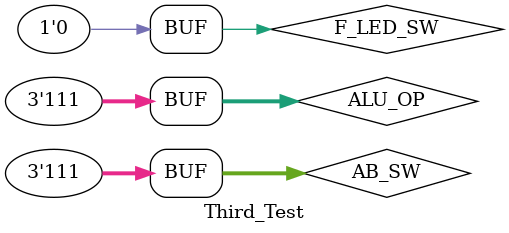
<source format=v>
`timescale 1ns / 1ps


module Third_Test;

	// Inputs
	reg [2:0] ALU_OP;
	reg [2:0] AB_SW;
	reg F_LED_SW;

	// Outputs
	wire OF;
	wire ZF;
	wire F;
	wire LED;

	// Instantiate the Unit Under Test (UUT)
	S3 uut (
		.ALU_OP(ALU_OP), 
		.AB_SW(AB_SW), 
		.OF(OF), 
		.ZF(ZF), 
		.F(F), 
		.LED(LED), 
		.F_LED_SW(F_LED_SW)
	);

	initial begin
		// Initialize Inputs
		ALU_OP = 0;
		AB_SW = 0;
		F_LED_SW = 0;

		// Wait 100 ns for global reset to finish
		#100;
        
		// Add stimulus here
		#100;   
		ALU_OP = 001;   
		AB_SW = 001; 
		#100;   
		ALU_OP = 010;   
		AB_SW = 010; 
		#100;   
		ALU_OP = 011;  
		AB_SW = 011; 
		#100; 
		ALU_OP = 100;  
		AB_SW = 100;
		#100;  
		ALU_OP = 101;  
		AB_SW = 101;
		#100;  
		ALU_OP = 110; 
		AB_SW = 110; 
		#100;  
		ALU_OP = 111;  
		AB_SW = 111; 

	end
      
endmodule


</source>
